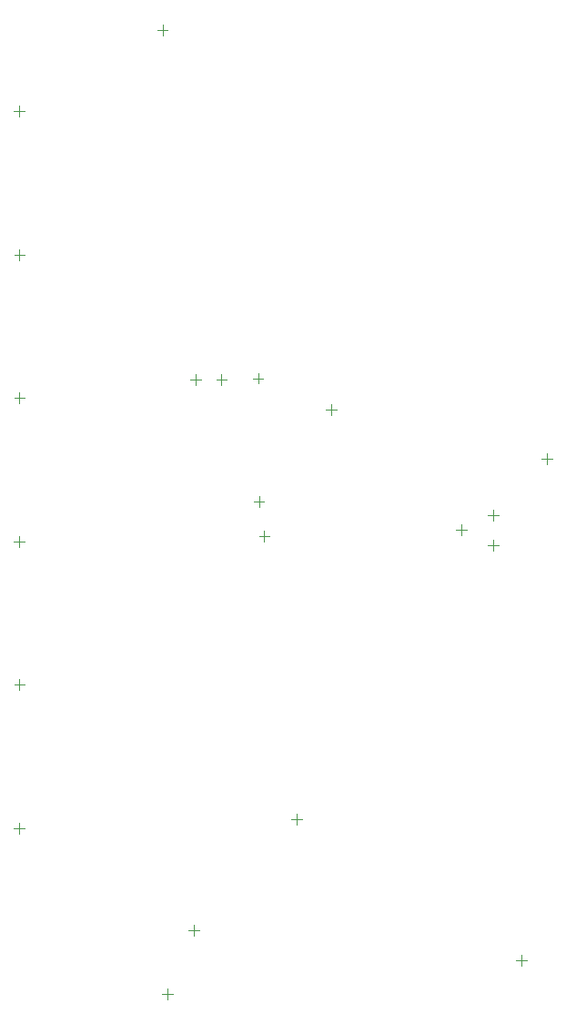
<source format=gbr>
%TF.GenerationSoftware,Altium Limited,Altium Designer,25.8.1 (18)*%
G04 Layer_Color=0*
%FSLAX45Y45*%
%MOMM*%
%TF.SameCoordinates,031978D1-9D18-463A-8735-F8186BF7E524*%
%TF.FilePolarity,Positive*%
%TF.FileFunction,Other,Top_Component_Center*%
%TF.Part,Single*%
G01*
G75*
%TA.AperFunction,NonConductor*%
%ADD73C,0.10000*%
D73*
X1230057Y4772385D02*
X1330057D01*
X1280057Y4722385D02*
Y4822385D01*
X2603839Y1897410D02*
X2703839D01*
X2653839Y1847410D02*
Y1947410D01*
X3498790Y7572539D02*
Y7672539D01*
X3448790Y7622539D02*
X3548790D01*
X3457639Y6474211D02*
X3557639D01*
X3507639Y6424211D02*
Y6524210D01*
X3160039Y7561211D02*
Y7661211D01*
X3110039Y7611211D02*
X3210039D01*
X2870045Y7611157D02*
X2970044D01*
X2920044Y7561158D02*
Y7661157D01*
X5688573Y6300039D02*
Y6400039D01*
X5638573Y6350039D02*
X5738573D01*
X5685911Y6020045D02*
Y6120045D01*
X5635911Y6070045D02*
X5735911D01*
X5338797Y6209996D02*
X5438797D01*
X5388797Y6159997D02*
Y6259996D01*
X3810090Y3521227D02*
X3910090D01*
X3860090Y3471227D02*
Y3571227D01*
X2848938Y2486610D02*
X2948938D01*
X2898938Y2436610D02*
Y2536610D01*
X4180003Y7281200D02*
Y7381199D01*
X4130003Y7331199D02*
X4230003D01*
X1229039Y6106211D02*
X1329039D01*
X1279039Y6056211D02*
Y6156210D01*
X1229039Y10106210D02*
X1329039D01*
X1279039Y10056210D02*
Y10156210D01*
X6140040Y6871211D02*
X6240040D01*
X6190040Y6821211D02*
Y6921211D01*
X1230039Y8771210D02*
X1330038D01*
X1280039Y8721210D02*
Y8821210D01*
X3557647Y6101211D02*
Y6201211D01*
X3507647Y6151211D02*
X3607647D01*
X1230039Y7441850D02*
X1330039D01*
X1280039Y7391851D02*
Y7491850D01*
X1229039Y3437430D02*
X1329039D01*
X1279039Y3387430D02*
Y3487430D01*
X2610056Y10811160D02*
Y10911160D01*
X2560056Y10861160D02*
X2660056D01*
X5950022Y2161266D02*
Y2261266D01*
X5900022Y2211266D02*
X6000022D01*
%TF.MD5,2bd290ffab41e3b422e91e4e81b4bbec*%
M02*

</source>
